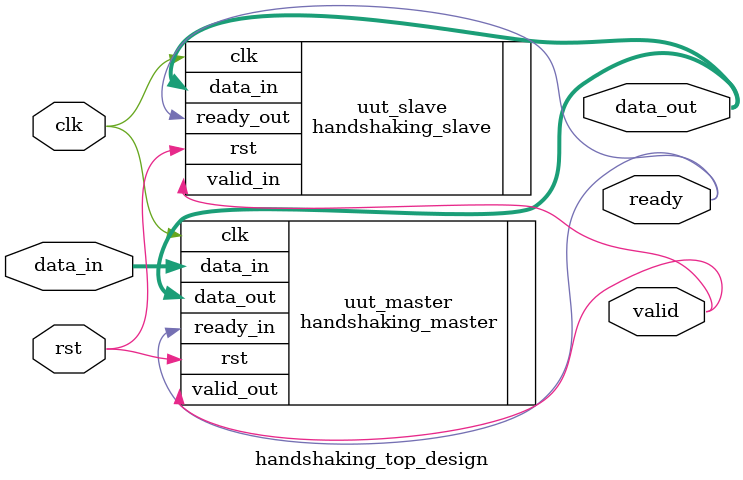
<source format=v>

module handshaking_top_design (
    input clk,
    input rst,
    input [7:0] data_in,
    output [7:0] data_out,
    output valid,
    output ready
);

    handshaking_master uut_master(
        .clk (clk),
        .rst (rst),
        .data_in (data_in),
        .data_out (data_out),
        .valid_out (valid),
        .ready_in (ready)
    );

    handshaking_slave uut_slave(
        .clk (clk),
        .rst (rst),
        .data_in (data_out),
        .valid_in (valid),
        .ready_out (ready)
    );
    
endmodule
</source>
